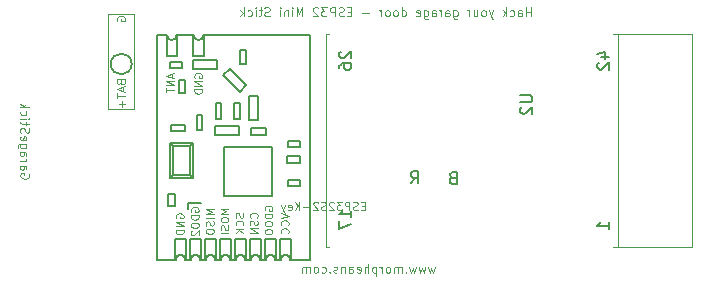
<source format=gbr>
G04 #@! TF.GenerationSoftware,KiCad,Pcbnew,(5.1.12)-1*
G04 #@! TF.CreationDate,2022-01-02T13:29:21+01:00*
G04 #@! TF.ProjectId,20210211_eduino,32303231-3032-4313-915f-656475696e6f,v1.0*
G04 #@! TF.SameCoordinates,Original*
G04 #@! TF.FileFunction,Legend,Bot*
G04 #@! TF.FilePolarity,Positive*
%FSLAX46Y46*%
G04 Gerber Fmt 4.6, Leading zero omitted, Abs format (unit mm)*
G04 Created by KiCad (PCBNEW (5.1.12)-1) date 2022-01-02 13:29:21*
%MOMM*%
%LPD*%
G01*
G04 APERTURE LIST*
%ADD10C,0.100000*%
%ADD11C,0.050000*%
%ADD12C,0.120000*%
%ADD13C,0.150000*%
%ADD14C,0.200000*%
G04 APERTURE END LIST*
D10*
X123664714Y-37804285D02*
X123664714Y-37054285D01*
X123664714Y-37411428D02*
X123236142Y-37411428D01*
X123236142Y-37804285D02*
X123236142Y-37054285D01*
X122557571Y-37804285D02*
X122557571Y-37411428D01*
X122593285Y-37340000D01*
X122664714Y-37304285D01*
X122807571Y-37304285D01*
X122879000Y-37340000D01*
X122557571Y-37768571D02*
X122629000Y-37804285D01*
X122807571Y-37804285D01*
X122879000Y-37768571D01*
X122914714Y-37697142D01*
X122914714Y-37625714D01*
X122879000Y-37554285D01*
X122807571Y-37518571D01*
X122629000Y-37518571D01*
X122557571Y-37482857D01*
X121879000Y-37768571D02*
X121950428Y-37804285D01*
X122093285Y-37804285D01*
X122164714Y-37768571D01*
X122200428Y-37732857D01*
X122236142Y-37661428D01*
X122236142Y-37447142D01*
X122200428Y-37375714D01*
X122164714Y-37340000D01*
X122093285Y-37304285D01*
X121950428Y-37304285D01*
X121879000Y-37340000D01*
X121557571Y-37804285D02*
X121557571Y-37054285D01*
X121486142Y-37518571D02*
X121271857Y-37804285D01*
X121271857Y-37304285D02*
X121557571Y-37590000D01*
X120450428Y-37304285D02*
X120271857Y-37804285D01*
X120093285Y-37304285D02*
X120271857Y-37804285D01*
X120343285Y-37982857D01*
X120379000Y-38018571D01*
X120450428Y-38054285D01*
X119700428Y-37804285D02*
X119771857Y-37768571D01*
X119807571Y-37732857D01*
X119843285Y-37661428D01*
X119843285Y-37447142D01*
X119807571Y-37375714D01*
X119771857Y-37340000D01*
X119700428Y-37304285D01*
X119593285Y-37304285D01*
X119521857Y-37340000D01*
X119486142Y-37375714D01*
X119450428Y-37447142D01*
X119450428Y-37661428D01*
X119486142Y-37732857D01*
X119521857Y-37768571D01*
X119593285Y-37804285D01*
X119700428Y-37804285D01*
X118807571Y-37304285D02*
X118807571Y-37804285D01*
X119129000Y-37304285D02*
X119129000Y-37697142D01*
X119093285Y-37768571D01*
X119021857Y-37804285D01*
X118914714Y-37804285D01*
X118843285Y-37768571D01*
X118807571Y-37732857D01*
X118450428Y-37804285D02*
X118450428Y-37304285D01*
X118450428Y-37447142D02*
X118414714Y-37375714D01*
X118379000Y-37340000D01*
X118307571Y-37304285D01*
X118236142Y-37304285D01*
X117093285Y-37304285D02*
X117093285Y-37911428D01*
X117129000Y-37982857D01*
X117164714Y-38018571D01*
X117236142Y-38054285D01*
X117343285Y-38054285D01*
X117414714Y-38018571D01*
X117093285Y-37768571D02*
X117164714Y-37804285D01*
X117307571Y-37804285D01*
X117379000Y-37768571D01*
X117414714Y-37732857D01*
X117450428Y-37661428D01*
X117450428Y-37447142D01*
X117414714Y-37375714D01*
X117379000Y-37340000D01*
X117307571Y-37304285D01*
X117164714Y-37304285D01*
X117093285Y-37340000D01*
X116414714Y-37804285D02*
X116414714Y-37411428D01*
X116450428Y-37340000D01*
X116521857Y-37304285D01*
X116664714Y-37304285D01*
X116736142Y-37340000D01*
X116414714Y-37768571D02*
X116486142Y-37804285D01*
X116664714Y-37804285D01*
X116736142Y-37768571D01*
X116771857Y-37697142D01*
X116771857Y-37625714D01*
X116736142Y-37554285D01*
X116664714Y-37518571D01*
X116486142Y-37518571D01*
X116414714Y-37482857D01*
X116057571Y-37804285D02*
X116057571Y-37304285D01*
X116057571Y-37447142D02*
X116021857Y-37375714D01*
X115986142Y-37340000D01*
X115914714Y-37304285D01*
X115843285Y-37304285D01*
X115271857Y-37804285D02*
X115271857Y-37411428D01*
X115307571Y-37340000D01*
X115379000Y-37304285D01*
X115521857Y-37304285D01*
X115593285Y-37340000D01*
X115271857Y-37768571D02*
X115343285Y-37804285D01*
X115521857Y-37804285D01*
X115593285Y-37768571D01*
X115629000Y-37697142D01*
X115629000Y-37625714D01*
X115593285Y-37554285D01*
X115521857Y-37518571D01*
X115343285Y-37518571D01*
X115271857Y-37482857D01*
X114593285Y-37304285D02*
X114593285Y-37911428D01*
X114629000Y-37982857D01*
X114664714Y-38018571D01*
X114736142Y-38054285D01*
X114843285Y-38054285D01*
X114914714Y-38018571D01*
X114593285Y-37768571D02*
X114664714Y-37804285D01*
X114807571Y-37804285D01*
X114879000Y-37768571D01*
X114914714Y-37732857D01*
X114950428Y-37661428D01*
X114950428Y-37447142D01*
X114914714Y-37375714D01*
X114879000Y-37340000D01*
X114807571Y-37304285D01*
X114664714Y-37304285D01*
X114593285Y-37340000D01*
X113950428Y-37768571D02*
X114021857Y-37804285D01*
X114164714Y-37804285D01*
X114236142Y-37768571D01*
X114271857Y-37697142D01*
X114271857Y-37411428D01*
X114236142Y-37340000D01*
X114164714Y-37304285D01*
X114021857Y-37304285D01*
X113950428Y-37340000D01*
X113914714Y-37411428D01*
X113914714Y-37482857D01*
X114271857Y-37554285D01*
X112700428Y-37804285D02*
X112700428Y-37054285D01*
X112700428Y-37768571D02*
X112771857Y-37804285D01*
X112914714Y-37804285D01*
X112986142Y-37768571D01*
X113021857Y-37732857D01*
X113057571Y-37661428D01*
X113057571Y-37447142D01*
X113021857Y-37375714D01*
X112986142Y-37340000D01*
X112914714Y-37304285D01*
X112771857Y-37304285D01*
X112700428Y-37340000D01*
X112236142Y-37804285D02*
X112307571Y-37768571D01*
X112343285Y-37732857D01*
X112379000Y-37661428D01*
X112379000Y-37447142D01*
X112343285Y-37375714D01*
X112307571Y-37340000D01*
X112236142Y-37304285D01*
X112129000Y-37304285D01*
X112057571Y-37340000D01*
X112021857Y-37375714D01*
X111986142Y-37447142D01*
X111986142Y-37661428D01*
X112021857Y-37732857D01*
X112057571Y-37768571D01*
X112129000Y-37804285D01*
X112236142Y-37804285D01*
X111557571Y-37804285D02*
X111629000Y-37768571D01*
X111664714Y-37732857D01*
X111700428Y-37661428D01*
X111700428Y-37447142D01*
X111664714Y-37375714D01*
X111629000Y-37340000D01*
X111557571Y-37304285D01*
X111450428Y-37304285D01*
X111379000Y-37340000D01*
X111343285Y-37375714D01*
X111307571Y-37447142D01*
X111307571Y-37661428D01*
X111343285Y-37732857D01*
X111379000Y-37768571D01*
X111450428Y-37804285D01*
X111557571Y-37804285D01*
X110986142Y-37804285D02*
X110986142Y-37304285D01*
X110986142Y-37447142D02*
X110950428Y-37375714D01*
X110914714Y-37340000D01*
X110843285Y-37304285D01*
X110771857Y-37304285D01*
X109950428Y-37518571D02*
X109379000Y-37518571D01*
X108450428Y-37411428D02*
X108200428Y-37411428D01*
X108093285Y-37804285D02*
X108450428Y-37804285D01*
X108450428Y-37054285D01*
X108093285Y-37054285D01*
X107807571Y-37768571D02*
X107700428Y-37804285D01*
X107521857Y-37804285D01*
X107450428Y-37768571D01*
X107414714Y-37732857D01*
X107379000Y-37661428D01*
X107379000Y-37590000D01*
X107414714Y-37518571D01*
X107450428Y-37482857D01*
X107521857Y-37447142D01*
X107664714Y-37411428D01*
X107736142Y-37375714D01*
X107771857Y-37340000D01*
X107807571Y-37268571D01*
X107807571Y-37197142D01*
X107771857Y-37125714D01*
X107736142Y-37090000D01*
X107664714Y-37054285D01*
X107486142Y-37054285D01*
X107379000Y-37090000D01*
X107057571Y-37804285D02*
X107057571Y-37054285D01*
X106771857Y-37054285D01*
X106700428Y-37090000D01*
X106664714Y-37125714D01*
X106629000Y-37197142D01*
X106629000Y-37304285D01*
X106664714Y-37375714D01*
X106700428Y-37411428D01*
X106771857Y-37447142D01*
X107057571Y-37447142D01*
X106379000Y-37054285D02*
X105914714Y-37054285D01*
X106164714Y-37340000D01*
X106057571Y-37340000D01*
X105986142Y-37375714D01*
X105950428Y-37411428D01*
X105914714Y-37482857D01*
X105914714Y-37661428D01*
X105950428Y-37732857D01*
X105986142Y-37768571D01*
X106057571Y-37804285D01*
X106271857Y-37804285D01*
X106343285Y-37768571D01*
X106379000Y-37732857D01*
X105629000Y-37125714D02*
X105593285Y-37090000D01*
X105521857Y-37054285D01*
X105343285Y-37054285D01*
X105271857Y-37090000D01*
X105236142Y-37125714D01*
X105200428Y-37197142D01*
X105200428Y-37268571D01*
X105236142Y-37375714D01*
X105664714Y-37804285D01*
X105200428Y-37804285D01*
X104307571Y-37804285D02*
X104307571Y-37054285D01*
X104057571Y-37590000D01*
X103807571Y-37054285D01*
X103807571Y-37804285D01*
X103450428Y-37804285D02*
X103450428Y-37304285D01*
X103450428Y-37054285D02*
X103486142Y-37090000D01*
X103450428Y-37125714D01*
X103414714Y-37090000D01*
X103450428Y-37054285D01*
X103450428Y-37125714D01*
X103093285Y-37304285D02*
X103093285Y-37804285D01*
X103093285Y-37375714D02*
X103057571Y-37340000D01*
X102986142Y-37304285D01*
X102879000Y-37304285D01*
X102807571Y-37340000D01*
X102771857Y-37411428D01*
X102771857Y-37804285D01*
X102414714Y-37804285D02*
X102414714Y-37304285D01*
X102414714Y-37054285D02*
X102450428Y-37090000D01*
X102414714Y-37125714D01*
X102379000Y-37090000D01*
X102414714Y-37054285D01*
X102414714Y-37125714D01*
X101521857Y-37768571D02*
X101414714Y-37804285D01*
X101236142Y-37804285D01*
X101164714Y-37768571D01*
X101129000Y-37732857D01*
X101093285Y-37661428D01*
X101093285Y-37590000D01*
X101129000Y-37518571D01*
X101164714Y-37482857D01*
X101236142Y-37447142D01*
X101379000Y-37411428D01*
X101450428Y-37375714D01*
X101486142Y-37340000D01*
X101521857Y-37268571D01*
X101521857Y-37197142D01*
X101486142Y-37125714D01*
X101450428Y-37090000D01*
X101379000Y-37054285D01*
X101200428Y-37054285D01*
X101093285Y-37090000D01*
X100879000Y-37304285D02*
X100593285Y-37304285D01*
X100771857Y-37054285D02*
X100771857Y-37697142D01*
X100736142Y-37768571D01*
X100664714Y-37804285D01*
X100593285Y-37804285D01*
X100343285Y-37804285D02*
X100343285Y-37304285D01*
X100343285Y-37054285D02*
X100379000Y-37090000D01*
X100343285Y-37125714D01*
X100307571Y-37090000D01*
X100343285Y-37054285D01*
X100343285Y-37125714D01*
X99664714Y-37768571D02*
X99736142Y-37804285D01*
X99879000Y-37804285D01*
X99950428Y-37768571D01*
X99986142Y-37732857D01*
X100021857Y-37661428D01*
X100021857Y-37447142D01*
X99986142Y-37375714D01*
X99950428Y-37340000D01*
X99879000Y-37304285D01*
X99736142Y-37304285D01*
X99664714Y-37340000D01*
X99343285Y-37804285D02*
X99343285Y-37054285D01*
X99271857Y-37518571D02*
X99057571Y-37804285D01*
X99057571Y-37304285D02*
X99343285Y-37590000D01*
X115497857Y-59021285D02*
X115355000Y-59521285D01*
X115212142Y-59164142D01*
X115069285Y-59521285D01*
X114926428Y-59021285D01*
X114712142Y-59021285D02*
X114569285Y-59521285D01*
X114426428Y-59164142D01*
X114283571Y-59521285D01*
X114140714Y-59021285D01*
X113926428Y-59021285D02*
X113783571Y-59521285D01*
X113640714Y-59164142D01*
X113497857Y-59521285D01*
X113355000Y-59021285D01*
X113069285Y-59449857D02*
X113033571Y-59485571D01*
X113069285Y-59521285D01*
X113105000Y-59485571D01*
X113069285Y-59449857D01*
X113069285Y-59521285D01*
X112712142Y-59521285D02*
X112712142Y-59021285D01*
X112712142Y-59092714D02*
X112676428Y-59057000D01*
X112605000Y-59021285D01*
X112497857Y-59021285D01*
X112426428Y-59057000D01*
X112390714Y-59128428D01*
X112390714Y-59521285D01*
X112390714Y-59128428D02*
X112355000Y-59057000D01*
X112283571Y-59021285D01*
X112176428Y-59021285D01*
X112105000Y-59057000D01*
X112069285Y-59128428D01*
X112069285Y-59521285D01*
X111605000Y-59521285D02*
X111676428Y-59485571D01*
X111712142Y-59449857D01*
X111747857Y-59378428D01*
X111747857Y-59164142D01*
X111712142Y-59092714D01*
X111676428Y-59057000D01*
X111605000Y-59021285D01*
X111497857Y-59021285D01*
X111426428Y-59057000D01*
X111390714Y-59092714D01*
X111355000Y-59164142D01*
X111355000Y-59378428D01*
X111390714Y-59449857D01*
X111426428Y-59485571D01*
X111497857Y-59521285D01*
X111605000Y-59521285D01*
X111033571Y-59521285D02*
X111033571Y-59021285D01*
X111033571Y-59164142D02*
X110997857Y-59092714D01*
X110962142Y-59057000D01*
X110890714Y-59021285D01*
X110819285Y-59021285D01*
X110569285Y-59021285D02*
X110569285Y-59771285D01*
X110569285Y-59057000D02*
X110497857Y-59021285D01*
X110355000Y-59021285D01*
X110283571Y-59057000D01*
X110247857Y-59092714D01*
X110212142Y-59164142D01*
X110212142Y-59378428D01*
X110247857Y-59449857D01*
X110283571Y-59485571D01*
X110355000Y-59521285D01*
X110497857Y-59521285D01*
X110569285Y-59485571D01*
X109890714Y-59521285D02*
X109890714Y-58771285D01*
X109569285Y-59521285D02*
X109569285Y-59128428D01*
X109605000Y-59057000D01*
X109676428Y-59021285D01*
X109783571Y-59021285D01*
X109855000Y-59057000D01*
X109890714Y-59092714D01*
X108926428Y-59485571D02*
X108997857Y-59521285D01*
X109140714Y-59521285D01*
X109212142Y-59485571D01*
X109247857Y-59414142D01*
X109247857Y-59128428D01*
X109212142Y-59057000D01*
X109140714Y-59021285D01*
X108997857Y-59021285D01*
X108926428Y-59057000D01*
X108890714Y-59128428D01*
X108890714Y-59199857D01*
X109247857Y-59271285D01*
X108247857Y-59521285D02*
X108247857Y-59128428D01*
X108283571Y-59057000D01*
X108355000Y-59021285D01*
X108497857Y-59021285D01*
X108569285Y-59057000D01*
X108247857Y-59485571D02*
X108319285Y-59521285D01*
X108497857Y-59521285D01*
X108569285Y-59485571D01*
X108605000Y-59414142D01*
X108605000Y-59342714D01*
X108569285Y-59271285D01*
X108497857Y-59235571D01*
X108319285Y-59235571D01*
X108247857Y-59199857D01*
X107890714Y-59021285D02*
X107890714Y-59521285D01*
X107890714Y-59092714D02*
X107855000Y-59057000D01*
X107783571Y-59021285D01*
X107676428Y-59021285D01*
X107605000Y-59057000D01*
X107569285Y-59128428D01*
X107569285Y-59521285D01*
X107247857Y-59485571D02*
X107176428Y-59521285D01*
X107033571Y-59521285D01*
X106962142Y-59485571D01*
X106926428Y-59414142D01*
X106926428Y-59378428D01*
X106962142Y-59307000D01*
X107033571Y-59271285D01*
X107140714Y-59271285D01*
X107212142Y-59235571D01*
X107247857Y-59164142D01*
X107247857Y-59128428D01*
X107212142Y-59057000D01*
X107140714Y-59021285D01*
X107033571Y-59021285D01*
X106962142Y-59057000D01*
X106605000Y-59449857D02*
X106569285Y-59485571D01*
X106605000Y-59521285D01*
X106640714Y-59485571D01*
X106605000Y-59449857D01*
X106605000Y-59521285D01*
X105926428Y-59485571D02*
X105997857Y-59521285D01*
X106140714Y-59521285D01*
X106212142Y-59485571D01*
X106247857Y-59449857D01*
X106283571Y-59378428D01*
X106283571Y-59164142D01*
X106247857Y-59092714D01*
X106212142Y-59057000D01*
X106140714Y-59021285D01*
X105997857Y-59021285D01*
X105926428Y-59057000D01*
X105497857Y-59521285D02*
X105569285Y-59485571D01*
X105605000Y-59449857D01*
X105640714Y-59378428D01*
X105640714Y-59164142D01*
X105605000Y-59092714D01*
X105569285Y-59057000D01*
X105497857Y-59021285D01*
X105390714Y-59021285D01*
X105319285Y-59057000D01*
X105283571Y-59092714D01*
X105247857Y-59164142D01*
X105247857Y-59378428D01*
X105283571Y-59449857D01*
X105319285Y-59485571D01*
X105390714Y-59521285D01*
X105497857Y-59521285D01*
X104926428Y-59521285D02*
X104926428Y-59021285D01*
X104926428Y-59092714D02*
X104890714Y-59057000D01*
X104819285Y-59021285D01*
X104712142Y-59021285D01*
X104640714Y-59057000D01*
X104605000Y-59128428D01*
X104605000Y-59521285D01*
X104605000Y-59128428D02*
X104569285Y-59057000D01*
X104497857Y-59021285D01*
X104390714Y-59021285D01*
X104319285Y-59057000D01*
X104283571Y-59128428D01*
X104283571Y-59521285D01*
X81147000Y-51137000D02*
X81182714Y-51208428D01*
X81182714Y-51315571D01*
X81147000Y-51422714D01*
X81075571Y-51494142D01*
X81004142Y-51529857D01*
X80861285Y-51565571D01*
X80754142Y-51565571D01*
X80611285Y-51529857D01*
X80539857Y-51494142D01*
X80468428Y-51422714D01*
X80432714Y-51315571D01*
X80432714Y-51244142D01*
X80468428Y-51137000D01*
X80504142Y-51101285D01*
X80754142Y-51101285D01*
X80754142Y-51244142D01*
X80432714Y-50458428D02*
X80825571Y-50458428D01*
X80897000Y-50494142D01*
X80932714Y-50565571D01*
X80932714Y-50708428D01*
X80897000Y-50779857D01*
X80468428Y-50458428D02*
X80432714Y-50529857D01*
X80432714Y-50708428D01*
X80468428Y-50779857D01*
X80539857Y-50815571D01*
X80611285Y-50815571D01*
X80682714Y-50779857D01*
X80718428Y-50708428D01*
X80718428Y-50529857D01*
X80754142Y-50458428D01*
X80432714Y-50101285D02*
X80932714Y-50101285D01*
X80789857Y-50101285D02*
X80861285Y-50065571D01*
X80897000Y-50029857D01*
X80932714Y-49958428D01*
X80932714Y-49887000D01*
X80432714Y-49315571D02*
X80825571Y-49315571D01*
X80897000Y-49351285D01*
X80932714Y-49422714D01*
X80932714Y-49565571D01*
X80897000Y-49637000D01*
X80468428Y-49315571D02*
X80432714Y-49387000D01*
X80432714Y-49565571D01*
X80468428Y-49637000D01*
X80539857Y-49672714D01*
X80611285Y-49672714D01*
X80682714Y-49637000D01*
X80718428Y-49565571D01*
X80718428Y-49387000D01*
X80754142Y-49315571D01*
X80932714Y-48637000D02*
X80325571Y-48637000D01*
X80254142Y-48672714D01*
X80218428Y-48708428D01*
X80182714Y-48779857D01*
X80182714Y-48887000D01*
X80218428Y-48958428D01*
X80468428Y-48637000D02*
X80432714Y-48708428D01*
X80432714Y-48851285D01*
X80468428Y-48922714D01*
X80504142Y-48958428D01*
X80575571Y-48994142D01*
X80789857Y-48994142D01*
X80861285Y-48958428D01*
X80897000Y-48922714D01*
X80932714Y-48851285D01*
X80932714Y-48708428D01*
X80897000Y-48637000D01*
X80468428Y-47994142D02*
X80432714Y-48065571D01*
X80432714Y-48208428D01*
X80468428Y-48279857D01*
X80539857Y-48315571D01*
X80825571Y-48315571D01*
X80897000Y-48279857D01*
X80932714Y-48208428D01*
X80932714Y-48065571D01*
X80897000Y-47994142D01*
X80825571Y-47958428D01*
X80754142Y-47958428D01*
X80682714Y-48315571D01*
X80468428Y-47672714D02*
X80432714Y-47565571D01*
X80432714Y-47387000D01*
X80468428Y-47315571D01*
X80504142Y-47279857D01*
X80575571Y-47244142D01*
X80647000Y-47244142D01*
X80718428Y-47279857D01*
X80754142Y-47315571D01*
X80789857Y-47387000D01*
X80825571Y-47529857D01*
X80861285Y-47601285D01*
X80897000Y-47637000D01*
X80968428Y-47672714D01*
X81039857Y-47672714D01*
X81111285Y-47637000D01*
X81147000Y-47601285D01*
X81182714Y-47529857D01*
X81182714Y-47351285D01*
X81147000Y-47244142D01*
X80932714Y-47029857D02*
X80932714Y-46744142D01*
X81182714Y-46922714D02*
X80539857Y-46922714D01*
X80468428Y-46887000D01*
X80432714Y-46815571D01*
X80432714Y-46744142D01*
X80432714Y-46494142D02*
X80932714Y-46494142D01*
X81182714Y-46494142D02*
X81147000Y-46529857D01*
X81111285Y-46494142D01*
X81147000Y-46458428D01*
X81182714Y-46494142D01*
X81111285Y-46494142D01*
X80468428Y-45815571D02*
X80432714Y-45887000D01*
X80432714Y-46029857D01*
X80468428Y-46101285D01*
X80504142Y-46137000D01*
X80575571Y-46172714D01*
X80789857Y-46172714D01*
X80861285Y-46137000D01*
X80897000Y-46101285D01*
X80932714Y-46029857D01*
X80932714Y-45887000D01*
X80897000Y-45815571D01*
X80432714Y-45494142D02*
X81182714Y-45494142D01*
X80718428Y-45422714D02*
X80432714Y-45208428D01*
X80932714Y-45208428D02*
X80647000Y-45494142D01*
D11*
X109587066Y-53848800D02*
X109353733Y-53848800D01*
X109253733Y-54215466D02*
X109587066Y-54215466D01*
X109587066Y-53515466D01*
X109253733Y-53515466D01*
X108987066Y-54182133D02*
X108887066Y-54215466D01*
X108720400Y-54215466D01*
X108653733Y-54182133D01*
X108620400Y-54148800D01*
X108587066Y-54082133D01*
X108587066Y-54015466D01*
X108620400Y-53948800D01*
X108653733Y-53915466D01*
X108720400Y-53882133D01*
X108853733Y-53848800D01*
X108920400Y-53815466D01*
X108953733Y-53782133D01*
X108987066Y-53715466D01*
X108987066Y-53648800D01*
X108953733Y-53582133D01*
X108920400Y-53548800D01*
X108853733Y-53515466D01*
X108687066Y-53515466D01*
X108587066Y-53548800D01*
X108287066Y-54215466D02*
X108287066Y-53515466D01*
X108020400Y-53515466D01*
X107953733Y-53548800D01*
X107920400Y-53582133D01*
X107887066Y-53648800D01*
X107887066Y-53748800D01*
X107920400Y-53815466D01*
X107953733Y-53848800D01*
X108020400Y-53882133D01*
X108287066Y-53882133D01*
X107653733Y-53515466D02*
X107220400Y-53515466D01*
X107453733Y-53782133D01*
X107353733Y-53782133D01*
X107287066Y-53815466D01*
X107253733Y-53848800D01*
X107220400Y-53915466D01*
X107220400Y-54082133D01*
X107253733Y-54148800D01*
X107287066Y-54182133D01*
X107353733Y-54215466D01*
X107553733Y-54215466D01*
X107620400Y-54182133D01*
X107653733Y-54148800D01*
X106953733Y-53582133D02*
X106920400Y-53548800D01*
X106853733Y-53515466D01*
X106687066Y-53515466D01*
X106620400Y-53548800D01*
X106587066Y-53582133D01*
X106553733Y-53648800D01*
X106553733Y-53715466D01*
X106587066Y-53815466D01*
X106987066Y-54215466D01*
X106553733Y-54215466D01*
X106287066Y-54182133D02*
X106187066Y-54215466D01*
X106020400Y-54215466D01*
X105953733Y-54182133D01*
X105920400Y-54148800D01*
X105887066Y-54082133D01*
X105887066Y-54015466D01*
X105920400Y-53948800D01*
X105953733Y-53915466D01*
X106020400Y-53882133D01*
X106153733Y-53848800D01*
X106220400Y-53815466D01*
X106253733Y-53782133D01*
X106287066Y-53715466D01*
X106287066Y-53648800D01*
X106253733Y-53582133D01*
X106220400Y-53548800D01*
X106153733Y-53515466D01*
X105987066Y-53515466D01*
X105887066Y-53548800D01*
X105620400Y-53582133D02*
X105587066Y-53548800D01*
X105520400Y-53515466D01*
X105353733Y-53515466D01*
X105287066Y-53548800D01*
X105253733Y-53582133D01*
X105220400Y-53648800D01*
X105220400Y-53715466D01*
X105253733Y-53815466D01*
X105653733Y-54215466D01*
X105220400Y-54215466D01*
X104920400Y-53948800D02*
X104387066Y-53948800D01*
X104053733Y-54215466D02*
X104053733Y-53515466D01*
X103653733Y-54215466D02*
X103953733Y-53815466D01*
X103653733Y-53515466D02*
X104053733Y-53915466D01*
X103087066Y-54182133D02*
X103153733Y-54215466D01*
X103287066Y-54215466D01*
X103353733Y-54182133D01*
X103387066Y-54115466D01*
X103387066Y-53848800D01*
X103353733Y-53782133D01*
X103287066Y-53748800D01*
X103153733Y-53748800D01*
X103087066Y-53782133D01*
X103053733Y-53848800D01*
X103053733Y-53915466D01*
X103387066Y-53982133D01*
X102820400Y-53748800D02*
X102653733Y-54215466D01*
X102487066Y-53748800D02*
X102653733Y-54215466D01*
X102720400Y-54382133D01*
X102753733Y-54415466D01*
X102820400Y-54448800D01*
D12*
X87833200Y-37592000D02*
X87833200Y-38150800D01*
X90017600Y-37592000D02*
X87833200Y-37592000D01*
X90017600Y-38150800D02*
X90017600Y-37592000D01*
X87833200Y-45669200D02*
X90068400Y-45669200D01*
X87833200Y-38150800D02*
X87833200Y-45669200D01*
X90017600Y-38150800D02*
X90068400Y-45669200D01*
D11*
X88613500Y-38181733D02*
X88580166Y-38115066D01*
X88580166Y-38015066D01*
X88613500Y-37915066D01*
X88680166Y-37848400D01*
X88746833Y-37815066D01*
X88880166Y-37781733D01*
X88980166Y-37781733D01*
X89113500Y-37815066D01*
X89180166Y-37848400D01*
X89246833Y-37915066D01*
X89280166Y-38015066D01*
X89280166Y-38081733D01*
X89246833Y-38181733D01*
X89213500Y-38215066D01*
X88980166Y-38215066D01*
X88980166Y-38081733D01*
X88913500Y-43373000D02*
X88946833Y-43473000D01*
X88980166Y-43506333D01*
X89046833Y-43539666D01*
X89146833Y-43539666D01*
X89213500Y-43506333D01*
X89246833Y-43473000D01*
X89280166Y-43406333D01*
X89280166Y-43139666D01*
X88580166Y-43139666D01*
X88580166Y-43373000D01*
X88613500Y-43439666D01*
X88646833Y-43473000D01*
X88713500Y-43506333D01*
X88780166Y-43506333D01*
X88846833Y-43473000D01*
X88880166Y-43439666D01*
X88913500Y-43373000D01*
X88913500Y-43139666D01*
X89080166Y-43806333D02*
X89080166Y-44139666D01*
X89280166Y-43739666D02*
X88580166Y-43973000D01*
X89280166Y-44206333D01*
X88580166Y-44339666D02*
X88580166Y-44739666D01*
X89280166Y-44539666D02*
X88580166Y-44539666D01*
X89013500Y-44973000D02*
X89013500Y-45506333D01*
X89280166Y-45239666D02*
X88746833Y-45239666D01*
D13*
X117022571Y-51477871D02*
X116879714Y-51525490D01*
X116832095Y-51573109D01*
X116784476Y-51668347D01*
X116784476Y-51811204D01*
X116832095Y-51906442D01*
X116879714Y-51954061D01*
X116974952Y-52001680D01*
X117355904Y-52001680D01*
X117355904Y-51001680D01*
X117022571Y-51001680D01*
X116927333Y-51049300D01*
X116879714Y-51096919D01*
X116832095Y-51192157D01*
X116832095Y-51287395D01*
X116879714Y-51382633D01*
X116927333Y-51430252D01*
X117022571Y-51477871D01*
X117355904Y-51477871D01*
X113482476Y-51938180D02*
X113815809Y-51461990D01*
X114053904Y-51938180D02*
X114053904Y-50938180D01*
X113672952Y-50938180D01*
X113577714Y-50985800D01*
X113530095Y-51033419D01*
X113482476Y-51128657D01*
X113482476Y-51271514D01*
X113530095Y-51366752D01*
X113577714Y-51414371D01*
X113672952Y-51461990D01*
X114053904Y-51461990D01*
D12*
X137320000Y-57310000D02*
X130570000Y-57310000D01*
X106320000Y-57310000D02*
X106320000Y-39310000D01*
X130570000Y-39310000D02*
X137320000Y-39310000D01*
X137320000Y-39310000D02*
X137320000Y-57310000D01*
X106570000Y-57310000D02*
X106320000Y-57310000D01*
X106570000Y-39310000D02*
X106320000Y-39310000D01*
X131010000Y-39310000D02*
X130990000Y-57310000D01*
D13*
X89846170Y-41846500D02*
G75*
G03*
X89846170Y-41846500I-882170J0D01*
G01*
D14*
X93208878Y-47488295D02*
X93208878Y-46978149D01*
X94614481Y-53623901D02*
X95678055Y-53623901D01*
X98475257Y-46503595D02*
X98475257Y-45115525D01*
X101226511Y-47292541D02*
X101226511Y-47838278D01*
X104107773Y-49653608D02*
X104107773Y-50225341D01*
X93208878Y-46978149D02*
X94351411Y-46978149D01*
X93485313Y-53905022D02*
X92932443Y-53905022D01*
X97441944Y-45115525D02*
X97441944Y-46503595D01*
X103080592Y-51669209D02*
X104136844Y-51669209D01*
X95840324Y-47405248D02*
X95383566Y-47405248D01*
X94351411Y-44293965D02*
X93825693Y-44293965D01*
X93825693Y-43220240D02*
X94351411Y-43220240D01*
X103080592Y-48369633D02*
X104136844Y-48369633D01*
X94137877Y-42198546D02*
X93087803Y-42198546D01*
X95383566Y-47405248D02*
X95383566Y-46189203D01*
X94137877Y-41697159D02*
X94137877Y-42198546D01*
X93087803Y-42198546D02*
X93087803Y-41697159D01*
X97002981Y-45115525D02*
X97441944Y-45115525D01*
X104136844Y-51669209D02*
X104136844Y-52207025D01*
X103080592Y-52207025D02*
X103080592Y-51669209D01*
X103022449Y-50225341D02*
X103022449Y-49653608D01*
X103080592Y-48854152D02*
X103080592Y-48369633D01*
X93825693Y-44293965D02*
X93825693Y-43220240D01*
X99534881Y-41834331D02*
X99007971Y-41834331D01*
X99007971Y-46503595D02*
X98475257Y-46503595D01*
X104136844Y-48854152D02*
X103080592Y-48854152D01*
X92932443Y-53905022D02*
X92932443Y-52841448D01*
X99534881Y-40694385D02*
X99534881Y-41834331D01*
X99007971Y-40694385D02*
X99534881Y-40694385D01*
X99007971Y-41834331D02*
X99007971Y-40694385D01*
X99945215Y-47838278D02*
X99945215Y-47292541D01*
X99945215Y-47292541D02*
X101226511Y-47292541D01*
X97051597Y-42312068D02*
X95027129Y-42312068D01*
X97441944Y-46503595D02*
X97002981Y-46503595D01*
X104107773Y-50225341D02*
X103022449Y-50225341D01*
X95383566Y-46189203D02*
X95840324Y-46189203D01*
X97051597Y-41550527D02*
X97051597Y-42312068D01*
X94351411Y-47488295D02*
X93208878Y-47488295D01*
X92932443Y-52841448D02*
X93485313Y-52841448D01*
X101226511Y-47838278D02*
X99945215Y-47838278D01*
X104136844Y-52207025D02*
X103080592Y-52207025D01*
X94614481Y-54153345D02*
X94614481Y-53623901D01*
X94351411Y-46978149D02*
X94351411Y-47488295D01*
X103022449Y-49653608D02*
X104107773Y-49653608D01*
X95840324Y-46189203D02*
X95840324Y-47405248D01*
X94351411Y-43220240D02*
X94351411Y-44293965D01*
X93087803Y-41697159D02*
X94137877Y-41697159D01*
X98475257Y-45115525D02*
X99007971Y-45115525D01*
X93485313Y-52841448D02*
X93485313Y-53905022D01*
X97002981Y-46503595D02*
X97002981Y-45115525D01*
X99007971Y-45115525D02*
X99007971Y-46503595D01*
X104136844Y-48369633D02*
X104136844Y-48854152D01*
X100504544Y-46583317D02*
X99743004Y-46583317D01*
X95027129Y-42312068D02*
X95027129Y-41550527D01*
X93087803Y-48559042D02*
X93087803Y-51476487D01*
X93337803Y-48809042D02*
X94777129Y-48809042D01*
X96089511Y-58415584D02*
X96089511Y-56699199D01*
X97359511Y-56699199D02*
X98220891Y-56699199D01*
X93087803Y-48559042D02*
X93337803Y-48809042D01*
X99007971Y-44195649D02*
X97612150Y-42773404D01*
X98976733Y-47113084D02*
X98976733Y-47884085D01*
X97708054Y-48915584D02*
X101740333Y-48915584D01*
X98976733Y-47884085D02*
X96933346Y-47884085D01*
X101169510Y-58415584D02*
X101169510Y-56699199D01*
X100504544Y-44521008D02*
X100504544Y-46583317D01*
X94777129Y-51226487D02*
X95027129Y-51476487D01*
X95027129Y-48559042D02*
X93087803Y-48559042D01*
X101169510Y-56699199D02*
X102030890Y-56699199D01*
X93549511Y-58415584D02*
X93549511Y-56699199D01*
X96933346Y-47113084D02*
X98976733Y-47113084D01*
X96933346Y-47884085D02*
X96933346Y-47113084D01*
X99743004Y-46583317D02*
X99743004Y-44521008D01*
X94410891Y-56699199D02*
X94410891Y-58415584D01*
X99899510Y-58415584D02*
X99899510Y-56699199D01*
X97708054Y-52995443D02*
X97708054Y-48915584D01*
X100760890Y-56699199D02*
X100760890Y-58415584D01*
X98220891Y-56699199D02*
X98220891Y-58415584D01*
X95680891Y-56699199D02*
X95680891Y-58415584D01*
X93674556Y-39415584D02*
X93674556Y-41186619D01*
X98162592Y-42252378D02*
X99570340Y-43663333D01*
X92803162Y-41186619D02*
X92803162Y-39415584D01*
X95027129Y-41550527D02*
X97051597Y-41550527D01*
X98629510Y-58415584D02*
X98629510Y-56699199D01*
X99743004Y-44521008D02*
X100504544Y-44521008D01*
X102439510Y-58415584D02*
X102439510Y-56699199D01*
X93674556Y-41186619D02*
X92803162Y-41186619D01*
X94819511Y-56699199D02*
X95680891Y-56699199D01*
X103300890Y-56699199D02*
X103300890Y-58415584D01*
X97612150Y-42773404D02*
X98162592Y-42252378D01*
X102439510Y-56699199D02*
X103300890Y-56699199D01*
X99899510Y-56699199D02*
X100760890Y-56699199D01*
X95954556Y-39415584D02*
X95954556Y-41186619D01*
X98629510Y-56699199D02*
X99490890Y-56699199D01*
X93549511Y-56699199D02*
X94410891Y-56699199D01*
X95083162Y-41186619D02*
X95083162Y-39415584D01*
X101740333Y-48915584D02*
X101740333Y-52995443D01*
X95920466Y-39415584D02*
X104975257Y-39415584D01*
X101740333Y-52995443D02*
X97708054Y-52995443D01*
X93087803Y-51476487D02*
X95027129Y-51476487D01*
X93640466Y-39415584D02*
X95120466Y-39415584D01*
X94777129Y-48809042D02*
X94777129Y-51226487D01*
X93087803Y-51476487D02*
X93337803Y-51226487D01*
X99490890Y-56699199D02*
X99490890Y-58415584D01*
X95954556Y-41186619D02*
X95083162Y-41186619D01*
X93337803Y-51226487D02*
X93337803Y-48809042D01*
X94777129Y-48809042D02*
X95027129Y-48559042D01*
X99930000Y-58415584D02*
X99460000Y-58415584D01*
X99570340Y-43663333D02*
X99007971Y-44195649D01*
X95027129Y-51476487D02*
X95027129Y-48559042D01*
X91975257Y-39415584D02*
X92840466Y-39415584D01*
X97359511Y-58415584D02*
X97359511Y-56699199D01*
X96089511Y-56699199D02*
X96950891Y-56699199D01*
X94777129Y-51226487D02*
X93337803Y-51226487D01*
X94819511Y-58415584D02*
X94819511Y-56699199D01*
X96950891Y-56699199D02*
X96950891Y-58415584D01*
X102030890Y-56699199D02*
X102030890Y-58415584D01*
X101200000Y-58415584D02*
X100730000Y-58415584D01*
X98660000Y-58415584D02*
X98190001Y-58415584D01*
X94850001Y-58415584D02*
X94380001Y-58415584D01*
X97390001Y-58415584D02*
X96920001Y-58415584D01*
X102470000Y-58415584D02*
X102000000Y-58415584D01*
X104975257Y-39415584D02*
X104975257Y-58415584D01*
X91975257Y-58415584D02*
X91975257Y-39415584D01*
X93580001Y-58415584D02*
X91975257Y-58415584D01*
X104975257Y-58415584D02*
X103270000Y-58415584D01*
X96120001Y-58415584D02*
X95650001Y-58415584D01*
X96950891Y-58415584D02*
G75*
G03*
X96089511Y-58415584I-430690J0D01*
G01*
X103270000Y-58415584D02*
G75*
G03*
X102470000Y-58415584I-400000J0D01*
G01*
X102030890Y-58415584D02*
G75*
G03*
X101169510Y-58415584I-430690J0D01*
G01*
X95650001Y-58415584D02*
G75*
G03*
X94850001Y-58415584I-400000J0D01*
G01*
X100760890Y-58415584D02*
G75*
G03*
X99899510Y-58415584I-430690J0D01*
G01*
X94380001Y-58415584D02*
G75*
G03*
X93580001Y-58415584I-400000J0D01*
G01*
X98220891Y-58415584D02*
G75*
G03*
X97359511Y-58415584I-430690J0D01*
G01*
X95680891Y-58415584D02*
G75*
G03*
X94819511Y-58415584I-430690J0D01*
G01*
X96920001Y-58415584D02*
G75*
G03*
X96120001Y-58415584I-400000J0D01*
G01*
X103300890Y-58415584D02*
G75*
G03*
X102439510Y-58415584I-430690J0D01*
G01*
X99460000Y-58415584D02*
G75*
G03*
X98660000Y-58415584I-400000J0D01*
G01*
X99490890Y-58415584D02*
G75*
G03*
X98629510Y-58415584I-430690J0D01*
G01*
X92840466Y-39415584D02*
G75*
G03*
X93640466Y-39415584I400000J0D01*
G01*
X94410891Y-58415584D02*
G75*
G03*
X93549511Y-58415584I-430690J0D01*
G01*
X102000000Y-58415584D02*
G75*
G03*
X101200000Y-58415584I-400000J0D01*
G01*
X95120466Y-39415584D02*
G75*
G03*
X95920466Y-39415584I400000J0D01*
G01*
X100730000Y-58415584D02*
G75*
G03*
X99930000Y-58415584I-400000J0D01*
G01*
X98190001Y-58415584D02*
G75*
G03*
X97390001Y-58415584I-400000J0D01*
G01*
D13*
X122769380Y-44513595D02*
X123578904Y-44513595D01*
X123674142Y-44561214D01*
X123721761Y-44608833D01*
X123769380Y-44704071D01*
X123769380Y-44894547D01*
X123721761Y-44989785D01*
X123674142Y-45037404D01*
X123578904Y-45085023D01*
X122769380Y-45085023D01*
X122864619Y-45513595D02*
X122817000Y-45561214D01*
X122769380Y-45656452D01*
X122769380Y-45894547D01*
X122817000Y-45989785D01*
X122864619Y-46037404D01*
X122959857Y-46085023D01*
X123055095Y-46085023D01*
X123197952Y-46037404D01*
X123769380Y-45465976D01*
X123769380Y-46085023D01*
X130279380Y-55817714D02*
X130279380Y-55246285D01*
X130279380Y-55532000D02*
X129279380Y-55532000D01*
X129422238Y-55436761D01*
X129517476Y-55341523D01*
X129565095Y-55246285D01*
X108435380Y-54833523D02*
X108435380Y-54262095D01*
X108435380Y-54547809D02*
X107435380Y-54547809D01*
X107578238Y-54452571D01*
X107673476Y-54357333D01*
X107721095Y-54262095D01*
X107435380Y-55166857D02*
X107435380Y-55833523D01*
X108435380Y-55404952D01*
X107530619Y-40800095D02*
X107483000Y-40847714D01*
X107435380Y-40942952D01*
X107435380Y-41181047D01*
X107483000Y-41276285D01*
X107530619Y-41323904D01*
X107625857Y-41371523D01*
X107721095Y-41371523D01*
X107863952Y-41323904D01*
X108435380Y-40752476D01*
X108435380Y-41371523D01*
X107435380Y-42228666D02*
X107435380Y-42038190D01*
X107483000Y-41942952D01*
X107530619Y-41895333D01*
X107673476Y-41800095D01*
X107863952Y-41752476D01*
X108244904Y-41752476D01*
X108340142Y-41800095D01*
X108387761Y-41847714D01*
X108435380Y-41942952D01*
X108435380Y-42133428D01*
X108387761Y-42228666D01*
X108340142Y-42276285D01*
X108244904Y-42323904D01*
X108006809Y-42323904D01*
X107911571Y-42276285D01*
X107863952Y-42228666D01*
X107816333Y-42133428D01*
X107816333Y-41942952D01*
X107863952Y-41847714D01*
X107911571Y-41800095D01*
X108006809Y-41752476D01*
X129612714Y-41276285D02*
X130279380Y-41276285D01*
X129231761Y-41038190D02*
X129946047Y-40800095D01*
X129946047Y-41419142D01*
X129374619Y-41752476D02*
X129327000Y-41800095D01*
X129279380Y-41895333D01*
X129279380Y-42133428D01*
X129327000Y-42228666D01*
X129374619Y-42276285D01*
X129469857Y-42323904D01*
X129565095Y-42323904D01*
X129707952Y-42276285D01*
X130279380Y-41704857D01*
X130279380Y-42323904D01*
D11*
X102470471Y-54466600D02*
X103130471Y-54686600D01*
X102470471Y-54906600D01*
X103067614Y-55503742D02*
X103099042Y-55472314D01*
X103130471Y-55378028D01*
X103130471Y-55315171D01*
X103099042Y-55220885D01*
X103036185Y-55158028D01*
X102973328Y-55126600D01*
X102847614Y-55095171D01*
X102753328Y-55095171D01*
X102627614Y-55126600D01*
X102564757Y-55158028D01*
X102501900Y-55220885D01*
X102470471Y-55315171D01*
X102470471Y-55378028D01*
X102501900Y-55472314D01*
X102533328Y-55503742D01*
X103067614Y-56163742D02*
X103099042Y-56132314D01*
X103130471Y-56038028D01*
X103130471Y-55975171D01*
X103099042Y-55880885D01*
X103036185Y-55818028D01*
X102973328Y-55786600D01*
X102847614Y-55755171D01*
X102753328Y-55755171D01*
X102627614Y-55786600D01*
X102564757Y-55818028D01*
X102501900Y-55880885D01*
X102470471Y-55975171D01*
X102470471Y-56038028D01*
X102501900Y-56132314D01*
X102533328Y-56163742D01*
X101143000Y-54224657D02*
X101111571Y-54161800D01*
X101111571Y-54067514D01*
X101143000Y-53973228D01*
X101205857Y-53910371D01*
X101268714Y-53878942D01*
X101394428Y-53847514D01*
X101488714Y-53847514D01*
X101614428Y-53878942D01*
X101677285Y-53910371D01*
X101740142Y-53973228D01*
X101771571Y-54067514D01*
X101771571Y-54130371D01*
X101740142Y-54224657D01*
X101708714Y-54256085D01*
X101488714Y-54256085D01*
X101488714Y-54130371D01*
X101771571Y-54538942D02*
X101111571Y-54538942D01*
X101111571Y-54696085D01*
X101143000Y-54790371D01*
X101205857Y-54853228D01*
X101268714Y-54884657D01*
X101394428Y-54916085D01*
X101488714Y-54916085D01*
X101614428Y-54884657D01*
X101677285Y-54853228D01*
X101740142Y-54790371D01*
X101771571Y-54696085D01*
X101771571Y-54538942D01*
X101111571Y-55324657D02*
X101111571Y-55450371D01*
X101143000Y-55513228D01*
X101205857Y-55576085D01*
X101331571Y-55607514D01*
X101551571Y-55607514D01*
X101677285Y-55576085D01*
X101740142Y-55513228D01*
X101771571Y-55450371D01*
X101771571Y-55324657D01*
X101740142Y-55261800D01*
X101677285Y-55198942D01*
X101551571Y-55167514D01*
X101331571Y-55167514D01*
X101205857Y-55198942D01*
X101143000Y-55261800D01*
X101111571Y-55324657D01*
X101111571Y-56016085D02*
X101111571Y-56078942D01*
X101143000Y-56141800D01*
X101174428Y-56173228D01*
X101237285Y-56204657D01*
X101363000Y-56236085D01*
X101520142Y-56236085D01*
X101645857Y-56204657D01*
X101708714Y-56173228D01*
X101740142Y-56141800D01*
X101771571Y-56078942D01*
X101771571Y-56016085D01*
X101740142Y-55953228D01*
X101708714Y-55921800D01*
X101645857Y-55890371D01*
X101520142Y-55858942D01*
X101363000Y-55858942D01*
X101237285Y-55890371D01*
X101174428Y-55921800D01*
X101143000Y-55953228D01*
X101111571Y-56016085D01*
X100464114Y-54865485D02*
X100495542Y-54834057D01*
X100526971Y-54739771D01*
X100526971Y-54676914D01*
X100495542Y-54582628D01*
X100432685Y-54519771D01*
X100369828Y-54488342D01*
X100244114Y-54456914D01*
X100149828Y-54456914D01*
X100024114Y-54488342D01*
X99961257Y-54519771D01*
X99898400Y-54582628D01*
X99866971Y-54676914D01*
X99866971Y-54739771D01*
X99898400Y-54834057D01*
X99929828Y-54865485D01*
X100495542Y-55116914D02*
X100526971Y-55211200D01*
X100526971Y-55368342D01*
X100495542Y-55431200D01*
X100464114Y-55462628D01*
X100401257Y-55494057D01*
X100338400Y-55494057D01*
X100275542Y-55462628D01*
X100244114Y-55431200D01*
X100212685Y-55368342D01*
X100181257Y-55242628D01*
X100149828Y-55179771D01*
X100118400Y-55148342D01*
X100055542Y-55116914D01*
X99992685Y-55116914D01*
X99929828Y-55148342D01*
X99898400Y-55179771D01*
X99866971Y-55242628D01*
X99866971Y-55399771D01*
X99898400Y-55494057D01*
X100526971Y-55776914D02*
X99866971Y-55776914D01*
X100526971Y-56154057D01*
X99866971Y-56154057D01*
X99276342Y-54472628D02*
X99307771Y-54566914D01*
X99307771Y-54724057D01*
X99276342Y-54786914D01*
X99244914Y-54818342D01*
X99182057Y-54849771D01*
X99119200Y-54849771D01*
X99056342Y-54818342D01*
X99024914Y-54786914D01*
X98993485Y-54724057D01*
X98962057Y-54598342D01*
X98930628Y-54535485D01*
X98899200Y-54504057D01*
X98836342Y-54472628D01*
X98773485Y-54472628D01*
X98710628Y-54504057D01*
X98679200Y-54535485D01*
X98647771Y-54598342D01*
X98647771Y-54755485D01*
X98679200Y-54849771D01*
X99244914Y-55509771D02*
X99276342Y-55478342D01*
X99307771Y-55384057D01*
X99307771Y-55321200D01*
X99276342Y-55226914D01*
X99213485Y-55164057D01*
X99150628Y-55132628D01*
X99024914Y-55101200D01*
X98930628Y-55101200D01*
X98804914Y-55132628D01*
X98742057Y-55164057D01*
X98679200Y-55226914D01*
X98647771Y-55321200D01*
X98647771Y-55384057D01*
X98679200Y-55478342D01*
X98710628Y-55509771D01*
X99307771Y-55792628D02*
X98647771Y-55792628D01*
X99307771Y-56169771D02*
X98930628Y-55886914D01*
X98647771Y-56169771D02*
X99024914Y-55792628D01*
X98037771Y-54106257D02*
X97377771Y-54106257D01*
X97849200Y-54326257D01*
X97377771Y-54546257D01*
X98037771Y-54546257D01*
X97377771Y-54986257D02*
X97377771Y-55111971D01*
X97409200Y-55174828D01*
X97472057Y-55237685D01*
X97597771Y-55269114D01*
X97817771Y-55269114D01*
X97943485Y-55237685D01*
X98006342Y-55174828D01*
X98037771Y-55111971D01*
X98037771Y-54986257D01*
X98006342Y-54923400D01*
X97943485Y-54860542D01*
X97817771Y-54829114D01*
X97597771Y-54829114D01*
X97472057Y-54860542D01*
X97409200Y-54923400D01*
X97377771Y-54986257D01*
X98006342Y-55520542D02*
X98037771Y-55614828D01*
X98037771Y-55771971D01*
X98006342Y-55834828D01*
X97974914Y-55866257D01*
X97912057Y-55897685D01*
X97849200Y-55897685D01*
X97786342Y-55866257D01*
X97754914Y-55834828D01*
X97723485Y-55771971D01*
X97692057Y-55646257D01*
X97660628Y-55583400D01*
X97629200Y-55551971D01*
X97566342Y-55520542D01*
X97503485Y-55520542D01*
X97440628Y-55551971D01*
X97409200Y-55583400D01*
X97377771Y-55646257D01*
X97377771Y-55803400D01*
X97409200Y-55897685D01*
X98037771Y-56180542D02*
X97377771Y-56180542D01*
X96805871Y-54118957D02*
X96145871Y-54118957D01*
X96617300Y-54338957D01*
X96145871Y-54558957D01*
X96805871Y-54558957D01*
X96805871Y-54873242D02*
X96145871Y-54873242D01*
X96774442Y-55156100D02*
X96805871Y-55250385D01*
X96805871Y-55407528D01*
X96774442Y-55470385D01*
X96743014Y-55501814D01*
X96680157Y-55533242D01*
X96617300Y-55533242D01*
X96554442Y-55501814D01*
X96523014Y-55470385D01*
X96491585Y-55407528D01*
X96460157Y-55281814D01*
X96428728Y-55218957D01*
X96397300Y-55187528D01*
X96334442Y-55156100D01*
X96271585Y-55156100D01*
X96208728Y-55187528D01*
X96177300Y-55218957D01*
X96145871Y-55281814D01*
X96145871Y-55438957D01*
X96177300Y-55533242D01*
X96145871Y-55941814D02*
X96145871Y-56067528D01*
X96177300Y-56130385D01*
X96240157Y-56193242D01*
X96365871Y-56224671D01*
X96585871Y-56224671D01*
X96711585Y-56193242D01*
X96774442Y-56130385D01*
X96805871Y-56067528D01*
X96805871Y-55941814D01*
X96774442Y-55878957D01*
X96711585Y-55816100D01*
X96585871Y-55784671D01*
X96365871Y-55784671D01*
X96240157Y-55816100D01*
X96177300Y-55878957D01*
X96145871Y-55941814D01*
X94907300Y-54338957D02*
X94875871Y-54276100D01*
X94875871Y-54181814D01*
X94907300Y-54087528D01*
X94970157Y-54024671D01*
X95033014Y-53993242D01*
X95158728Y-53961814D01*
X95253014Y-53961814D01*
X95378728Y-53993242D01*
X95441585Y-54024671D01*
X95504442Y-54087528D01*
X95535871Y-54181814D01*
X95535871Y-54244671D01*
X95504442Y-54338957D01*
X95473014Y-54370385D01*
X95253014Y-54370385D01*
X95253014Y-54244671D01*
X95535871Y-54653242D02*
X94875871Y-54653242D01*
X94875871Y-54810385D01*
X94907300Y-54904671D01*
X94970157Y-54967528D01*
X95033014Y-54998957D01*
X95158728Y-55030385D01*
X95253014Y-55030385D01*
X95378728Y-54998957D01*
X95441585Y-54967528D01*
X95504442Y-54904671D01*
X95535871Y-54810385D01*
X95535871Y-54653242D01*
X94875871Y-55438957D02*
X94875871Y-55564671D01*
X94907300Y-55627528D01*
X94970157Y-55690385D01*
X95095871Y-55721814D01*
X95315871Y-55721814D01*
X95441585Y-55690385D01*
X95504442Y-55627528D01*
X95535871Y-55564671D01*
X95535871Y-55438957D01*
X95504442Y-55376100D01*
X95441585Y-55313242D01*
X95315871Y-55281814D01*
X95095871Y-55281814D01*
X94970157Y-55313242D01*
X94907300Y-55376100D01*
X94875871Y-55438957D01*
X94938728Y-55973242D02*
X94907300Y-56004671D01*
X94875871Y-56067528D01*
X94875871Y-56224671D01*
X94907300Y-56287528D01*
X94938728Y-56318957D01*
X95001585Y-56350385D01*
X95064442Y-56350385D01*
X95158728Y-56318957D01*
X95535871Y-55941814D01*
X95535871Y-56350385D01*
X93611900Y-54881842D02*
X93580471Y-54818985D01*
X93580471Y-54724700D01*
X93611900Y-54630414D01*
X93674757Y-54567557D01*
X93737614Y-54536128D01*
X93863328Y-54504700D01*
X93957614Y-54504700D01*
X94083328Y-54536128D01*
X94146185Y-54567557D01*
X94209042Y-54630414D01*
X94240471Y-54724700D01*
X94240471Y-54787557D01*
X94209042Y-54881842D01*
X94177614Y-54913271D01*
X93957614Y-54913271D01*
X93957614Y-54787557D01*
X94240471Y-55196128D02*
X93580471Y-55196128D01*
X94240471Y-55573271D01*
X93580471Y-55573271D01*
X94240471Y-55887557D02*
X93580471Y-55887557D01*
X93580471Y-56044700D01*
X93611900Y-56138985D01*
X93674757Y-56201842D01*
X93737614Y-56233271D01*
X93863328Y-56264700D01*
X93957614Y-56264700D01*
X94083328Y-56233271D01*
X94146185Y-56201842D01*
X94209042Y-56138985D01*
X94240471Y-56044700D01*
X94240471Y-55887557D01*
X93264500Y-42667014D02*
X93264500Y-42981300D01*
X93453071Y-42604157D02*
X92793071Y-42824157D01*
X93453071Y-43044157D01*
X93453071Y-43264157D02*
X92793071Y-43264157D01*
X93453071Y-43641300D01*
X92793071Y-43641300D01*
X92793071Y-43861300D02*
X92793071Y-44238442D01*
X93453071Y-44049871D02*
X92793071Y-44049871D01*
X95174000Y-42994642D02*
X95142571Y-42931785D01*
X95142571Y-42837500D01*
X95174000Y-42743214D01*
X95236857Y-42680357D01*
X95299714Y-42648928D01*
X95425428Y-42617500D01*
X95519714Y-42617500D01*
X95645428Y-42648928D01*
X95708285Y-42680357D01*
X95771142Y-42743214D01*
X95802571Y-42837500D01*
X95802571Y-42900357D01*
X95771142Y-42994642D01*
X95739714Y-43026071D01*
X95519714Y-43026071D01*
X95519714Y-42900357D01*
X95802571Y-43308928D02*
X95142571Y-43308928D01*
X95802571Y-43686071D01*
X95142571Y-43686071D01*
X95802571Y-44000357D02*
X95142571Y-44000357D01*
X95142571Y-44157500D01*
X95174000Y-44251785D01*
X95236857Y-44314642D01*
X95299714Y-44346071D01*
X95425428Y-44377500D01*
X95519714Y-44377500D01*
X95645428Y-44346071D01*
X95708285Y-44314642D01*
X95771142Y-44251785D01*
X95802571Y-44157500D01*
X95802571Y-44000357D01*
M02*

</source>
